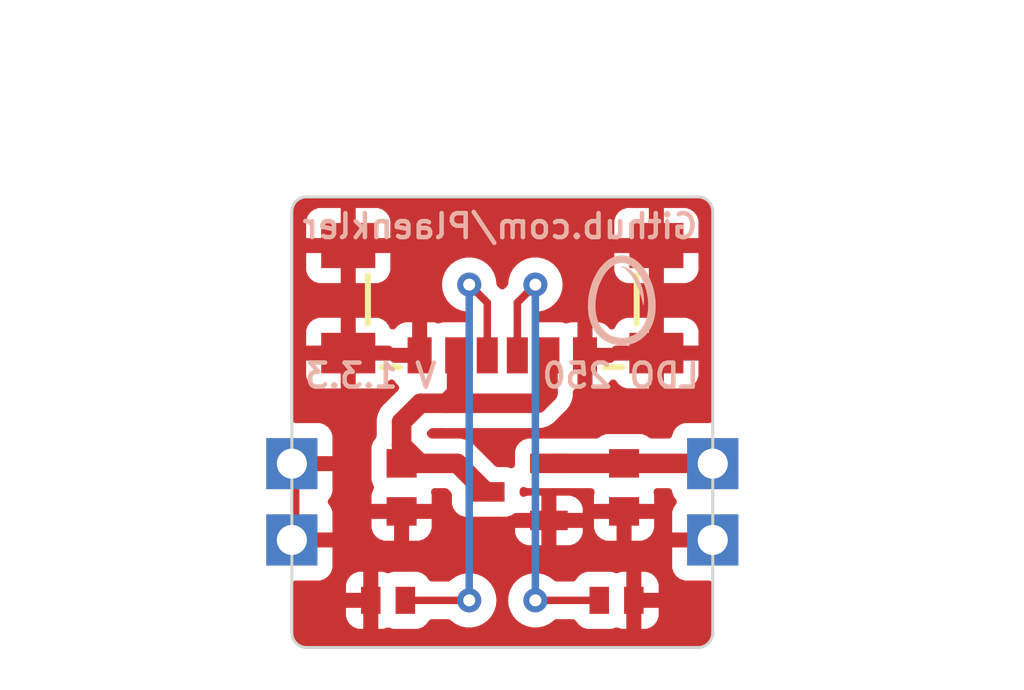
<source format=kicad_pcb>
(kicad_pcb (version 20221018) (generator pcbnew)
  (title_block (title "Egg_LDO_250") (date "2024-01-21") (rev "1.3.3") (company "github.com/plaenkler"))
  (layers (0 "F.Cu" signal) (31 "B.Cu" signal) (34 "B.Paste" user) (35 "F.Paste" user) (36 "B.SilkS" user "B.Silkscreen") (37 "F.SilkS" user "F.Silkscreen") (38 "B.Mask" user) (39 "F.Mask" user) (44 "Edge.Cuts" user))
  (net 0 "")
  (net 1 "+5V")
  (net 2 "GND")
  (net 3 "+3.3V")
  (net 4 "Net-(J4-PadA5)")
  (net 5 "Net-(J4-PadB5)")
  (footprint "Connector_PinHeader_2.54mm:PinHeader_1x01_P2.54mm_Vertical" (layer "F.Cu") (at 156.75 102.46 180)
    (fp_text reference "J5" hide)
    (fp_text value "Castellated Hole" hide)
    (pad "1" thru_hole rect (at 0 0 180) (size 1.7 1.7) (drill 1) (layers "*.Cu" "*.Mask") (net 3 "+3.3V"))
  )
  (footprint "Connector_PinHeader_2.54mm:PinHeader_1x01_P2.54mm_Vertical" (layer "F.Cu") (at 142.75 102.46 90)
    (fp_text reference "J3" hide)
    (fp_text value "Castellated Hole" hide)
    (pad "1" thru_hole rect (at 0 0 90) (size 1.7 1.7) (drill 1) (layers "*.Cu" "*.Mask") (net 2 "GND"))
  )
  (footprint "Connector_PinHeader_2.54mm:PinHeader_1x01_P2.54mm_Vertical" (layer "F.Cu") (at 142.75 105)
    (fp_text reference "J2" hide)
    (fp_text value "Castellated Hole" hide)
    (pad "1" thru_hole rect (at 0 0) (size 1.7 1.7) (drill 1) (layers "*.Cu" "*.Mask") (net 2 "GND"))
  )
  (footprint "SamacSys_Parts:ERJUP3" (layer "F.Cu") (at 153.55 107.01)
    (fp_text reference "R1" hide)
    (fp_text value "5.1k" hide)
    (pad "1" smd rect (at -0.575 0) (size 0.65 0.9) (layers "F.Cu" "F.Paste" "F.Mask") (net 4 "Net-(J4-PadA5)"))
    (pad "2" smd rect (at 0.575 0) (size 0.65 0.9) (layers "F.Cu" "F.Paste" "F.Mask") (net 2 "GND"))
  )
  (footprint "Connector_PinHeader_2.54mm:PinHeader_1x01_P2.54mm_Vertical" (layer "F.Cu") (at 156.75 105 180)
    (fp_text reference "J1" hide)
    (fp_text value "Castellated Hole" hide)
    (pad "1" thru_hole rect (at 0 0 180) (size 1.7 1.7) (drill 1) (layers "*.Cu" "*.Mask") (net 2 "GND"))
  )
  (footprint "SamacSys_Parts:USB4135GFA" (layer "F.Cu") (at 149.75 95.8 180)
    (fp_text reference "J4" hide)
    (fp_text value "USB4135-GF-A" hide)
    (fp_line (start -4.47 -2) (end -4.47 -0.4) (stroke (width 0.2)) (layer "F.SilkS"))
    (fp_line (start -3.4 -3.45) (end -4 -3.45) (stroke (width 0.2)) (layer "F.SilkS"))
    (fp_line (start 3.4 -3.45) (end 4 -3.45) (stroke (width 0.2)) (layer "F.SilkS"))
    (fp_line (start 4.47 -0.4) (end 4.47 -2) (stroke (width 0.2)) (layer "F.SilkS"))
    (pad "A5" smd rect (at -0.5 -3.055 180) (size 0.7 1.2) (layers "F.Cu" "F.Paste" "F.Mask") (net 4 "Net-(J4-PadA5)"))
    (pad "A9" smd rect (at 1.52 -3.055 180) (size 0.76 1.2) (layers "F.Cu" "F.Paste" "F.Mask") (net 1 "+5V"))
    (pad "A12" smd rect (at 2.75 -3.055 180) (size 0.8 1.2) (layers "F.Cu" "F.Paste" "F.Mask") (net 2 "GND"))
    (pad "B5" smd rect (at 0.5 -3.055 180) (size 0.7 1.2) (layers "F.Cu" "F.Paste" "F.Mask") (net 5 "Net-(J4-PadB5)"))
    (pad "B9" smd rect (at -1.52 -3.055 180) (size 0.76 1.2) (layers "F.Cu" "F.Paste" "F.Mask") (net 1 "+5V"))
    (pad "B12" smd rect (at -2.75 -3.055 180) (size 0.8 1.2) (layers "F.Cu" "F.Paste" "F.Mask") (net 2 "GND"))
    (pad "MP1" smd rect (at -5.125 -2.98 270) (size 1.35 1.8) (layers "F.Cu" "F.Paste" "F.Mask") (net 2 "GND"))
    (pad "MP2" smd rect (at 5.125 -2.98 270) (size 1.35 1.8) (layers "F.Cu" "F.Paste" "F.Mask") (net 2 "GND"))
    (pad "MP3" smd rect (at -5.125 0.6 270) (size 1.5 1.8) (layers "F.Cu" "F.Paste" "F.Mask") (net 2 "GND"))
    (pad "MP4" smd rect (at 5.125 0.6 270) (size 1.5 1.8) (layers "F.Cu" "F.Paste" "F.Mask") (net 2 "GND"))
  )
  (footprint "SamacSys_Parts:C0603" (layer "F.Cu") (at 146.4 103.25 -90)
    (fp_text reference "C3" hide)
    (fp_text value "10 μF 10V Ceramic" hide)
    (pad "1" smd rect (at -0.8 0 270) (size 0.95 1) (layers "F.Cu" "F.Paste" "F.Mask") (net 1 "+5V"))
    (pad "2" smd rect (at 0.8 0 270) (size 0.95 1) (layers "F.Cu" "F.Paste" "F.Mask") (net 2 "GND"))
  )
  (footprint "SamacSys_Parts:C0603" (layer "F.Cu") (at 153.8 103.25 -90)
    (fp_text reference "C4" hide)
    (fp_text value "10 μF 10V Ceramic" hide)
    (pad "1" smd rect (at -0.8 0 270) (size 0.95 1) (layers "F.Cu" "F.Paste" "F.Mask") (net 3 "+3.3V"))
    (pad "2" smd rect (at 0.8 0 270) (size 0.95 1) (layers "F.Cu" "F.Paste" "F.Mask") (net 2 "GND"))
  )
  (footprint "SamacSys_Parts:SOT95P237X112-3N" (layer "F.Cu") (at 150.25 103.4 180)
    (fp_text reference "IC1" hide)
    (fp_text value "MCP1700T-3302E_TT" hide)
    (pad "1" smd rect (at -1.05 -0.95 270) (size 0.65 1.25) (layers "F.Cu" "F.Paste" "F.Mask") (net 2 "GND"))
    (pad "2" smd rect (at -1.05 0.95 270) (size 0.65 1.25) (layers "F.Cu" "F.Paste" "F.Mask") (net 3 "+3.3V"))
    (pad "3" smd rect (at 1.05 0 270) (size 0.65 1.25) (layers "F.Cu" "F.Paste" "F.Mask") (net 1 "+5V"))
  )
  (footprint "SamacSys_Parts:ERJUP3" (layer "F.Cu") (at 145.95 107.01 180)
    (fp_text reference "R2" hide)
    (fp_text value "5.1k" hide)
    (pad "1" smd rect (at -0.575 0 180) (size 0.65 0.9) (layers "F.Cu" "F.Paste" "F.Mask") (net 5 "Net-(J4-PadB5)"))
    (pad "2" smd rect (at 0.575 0 180) (size 0.65 0.9) (layers "F.Cu" "F.Paste" "F.Mask") (net 2 "GND"))
  )
  (footprint "plaenkler:egg_logo" (layer "B.Cu") (at 153.725 97.025 180)
    (fp_text reference "G1" hide)
    (fp_text value "LOGO" hide)
    (fp_poly (pts (xy 0.022246 1.131545) (xy 0.019234 1.126595) (xy 0.018821 1.126093) (xy 0.010368 1.119398) (xy 0.005833 1.119192) (xy -0.000445 1.118443) (xy -0.000988 1.117517) (xy -0.006775 1.112156) (xy -0.019904 1.102732) (xy -0.036003 1.092259) (xy -0.064316 1.073566) (xy -0.094742 1.051842) (xy -0.123424 1.029953) (xy -0.146504 1.010765) (xy -0.150353 1.007279) (xy -0.164944 0.99398) (xy -0.182112 0.978605) (xy -0.186355 0.974848) (xy -0.202256 0.959379) (xy -0.220171 0.939895) (xy -0.229593 0.928743) (xy -0.246823 0.908563) (xy -0.267281 0.886115) (xy -0.280597 0.872291) (xy -0.293379 0.858868) (xy -0.300449 0.850252) (xy -0.300424 0.848146) (xy -0.300024 0.848335) (xy -0.29662 0.849082) (xy -0.301524 0.84435) (xy -0.309837 0.835958) (xy -0.312025 0.831704) (xy -0.315176 0.825436) (xy -0.323767 0.811296) (xy -0.336506 0.791348) (xy -0.352101 0.767653) (xy -0.352963 0.766361) (xy -0.369145 0.741759) (xy -0.382983 0.72003) (xy -0.393013 0.70352) (xy -0.39777 0.694577) (xy -0.397778 0.694555) (xy -0.404084 0.6857) (xy -0.408198 0.684054) (xy -0.411957 0.680389) (xy -0.411033 0.678054) (xy -0.411972 0.672593) (xy -0.414679 0.672053) (xy -0.419091 0.669768) (xy -0.418147 0.668167) (xy -0.418612 0.661361) (xy -0.423604 0.64877) (xy -0.43096 0.634571) (xy -0.438512 0.622939) (xy -0.444096 0.61805) (xy -0.44414 0.618049) (xy -0.44785 0.613266) (xy -0.448161 0.610548) (xy -0.450667 0.602405) (xy -0.457381 0.585936) (xy -0.467252 0.5636) (xy -0.478196 0.540043) (xy -0.491476 0.511702) (xy -0.504027 0.484272) (xy -0.514229 0.461332) (xy -0.519443 0.449028) (xy -0.526854 0.433763) (xy -0.533486 0.425171) (xy -0.536339 0.424453) (xy -0.539098 0.423962) (xy -0.537893 0.42141) (xy -0.53759 0.412369) (xy -0.541304 0.398265) (xy -0.547271 0.384551) (xy -0.551922 0.37803) (xy -0.555018 0.369945) (xy -0.555053 0.369029) (xy -0.557164 0.3585) (xy -0.562447 0.342725) (xy -0.569363 0.325433) (xy -0.576368 0.310351) (xy -0.581921 0.301209) (xy -0.583586 0.300024) (xy -0.586268 0.296391) (xy -0.585541 0.294824) (xy -0.58615 0.287465) (xy -0.590139 0.271143) (xy -0.596864 0.248202) (xy -0.605679 0.220983) (xy -0.606582 0.218318) (xy -0.61917 0.18054) (xy -0.630814 0.144159) (xy -0.640889 0.111257) (xy -0.648771 0.083915) (xy -0.653836 0.064213) (xy -0.655427 0.055505) (xy -0.658388 0.048509) (xy -0.659766 0.048004) (xy -0.663201 0.043017) (xy -0.664064 0.037503) (xy -0.668506 0.003438) (xy -0.677241 -0.022588) (xy -0.677981 -0.024002) (xy -0.683472 -0.035281) (xy -0.684961 -0.04053) (xy -0.685284 -0.046794) (xy -0.687022 -0.055531) (xy -0.690011 -0.071755) (xy -0.692017 -0.087278) (xy -0.694568 -0.102467) (xy -0.697863 -0.11208) (xy -0.701369 -0.121933) (xy -0.704909 -0.137994) (xy -0.705549 -0.141811) (xy -0.708252 -0.158116) (xy -0.710522 -0.16519) (xy -0.713885 -0.165639) (xy -0.718063 -0.163186) (xy -0.722225 -0.155541) (xy -0.726864 -0.139397) (xy -0.731009 -0.118168) (xy -0.73119 -0.117009) (xy -0.733617 -0.095461) (xy -0.735557 -0.066945) (xy -0.736991 -0.033762) (xy -0.7379 0.001788) (xy -0.738264 0.037404) (xy -0.738064 0.070784) (xy -0.73728 0.099628) (xy -0.735894 0.121635) (xy -0.733885 0.134504) (xy -0.733317 0.135961) (xy -0.730541 0.150577) (xy -0.732058 0.159013) (xy -0.733727 0.172906) (xy -0.731897 0.180014) (xy -0.728608 0.190808) (xy -0.725187 0.208794) (xy -0.723359 0.222018) (xy -0.720352 0.240945) (xy -0.715066 0.26785) (xy -0.708257 0.299099) (xy -0.700933 0.330026) (xy -0.693819 0.359296) (xy -0.687789 0.385039) (xy -0.683437 0.404644) (xy -0.681362 0.415495) (xy -0.681301 0.416013) (xy -0.677615 0.427444) (xy -0.674631 0.431014) (xy -0.6697 0.439576) (xy -0.667404 0.449773) (xy -0.664543 0.462332) (xy -0.661404 0.467775) (xy -0.656543 0.476018) (xy -0.655514 0.480038) (xy -0.651802 0.493944) (xy -0.645074 0.512806) (xy -0.636568 0.533815) (xy -0.62752 0.55416) (xy -0.619167 0.57103) (xy -0.612746 0.581616) (xy -0.609888 0.583711) (xy -0.607178 0.584249) (xy -0.608709 0.587498) (xy -0.608532 0.597051) (xy -0.602706 0.606426) (xy -0.596301 0.614913) (xy -0.596193 0.618049) (xy -0.59548 0.622835) (xy -0.590151 0.635467) (xy -0.581518 0.653353) (xy -0.570892 0.673903) (xy -0.559582 0.694527) (xy -0.548899 0.712635) (xy -0.546099 0.717057) (xy -0.53334 0.737038) (xy -0.526281 0.748948) (xy -0.523912 0.754661) (xy -0.525067 0.75606) (xy -0.524604 0.759603) (xy -0.520778 0.764431) (xy -0.512257 0.770138) (xy -0.508392 0.769985) (xy -0.50511 0.771263) (xy -0.505391 0.772921) (xy -0.502981 0.780541) (xy -0.495148 0.794352) (xy -0.484014 0.81133) (xy -0.4717 0.828453) (xy -0.46033 0.842698) (xy -0.452024 0.851042) (xy -0.449829 0.852067) (xy -0.444532 0.856857) (xy -0.444035 0.860104) (xy -0.439929 0.868828) (xy -0.429608 0.881232) (xy -0.424534 0.886212) (xy -0.408806 0.901315) (xy -0.394444 0.915933) (xy -0.391893 0.918678) (xy -0.375146 0.936281) (xy -0.357608 0.953518) (xy -0.341457 0.968395) (xy -0.328873 0.97892) (xy -0.322032 0.983096) (xy -0.321599 0.983033) (xy -0.316157 0.985846) (xy -0.309107 0.994141) (xy -0.300607 1.002537) (xy -0.285429 1.014375) (xy -0.266256 1.027895) (xy -0.245775 1.04134) (xy -0.226668 1.052951) (xy -0.211622 1.060967) (xy -0.203321 1.063632) (xy -0.203098 1.063584) (xy -0.198203 1.066529) (xy -0.198016 1.068084) (xy -0.19471 1.072794) (xy -0.193515 1.072622) (xy -0.186106 1.074625) (xy -0.172766 1.08139) (xy -0.166623 1.085045) (xy -0.151864 1.092798) (xy -0.141085 1.095964) (xy -0.1388 1.095574) (xy -0.131071 1.096714) (xy -0.125955 1.101153) (xy -0.114919 1.108826) (xy -0.108774 1.110175) (xy -0.097162 1.112134) (xy -0.080144 1.116915) (xy -0.074666 1.118746) (xy -0.055092 1.124085) (xy -0.029989 1.129004) (xy -0.011661 1.131598) (xy 0.008828 1.13368) (xy 0.019454 1.133784)) (fill solid) (layer "B.SilkS"))
    (fp_poly (pts (xy 0.012958 1.500912) (xy 0.032912 1.499358) (xy 0.056114 1.497218) (xy 0.078816 1.494862) (xy 0.097268 1.492656) (xy 0.107723 1.49097) (xy 0.108008 1.490895) (xy 0.119555 1.488389) (xy 0.136782 1.485333) (xy 0.141011 1.484658) (xy 0.156858 1.48141) (xy 0.166853 1.477915) (xy 0.168013 1.477016) (xy 0.175824 1.473353) (xy 0.183014 1.472153) (xy 0.207537 1.468175) (xy 0.234995 1.460684) (xy 0.26114 1.451128) (xy 0.281722 1.440956) (xy 0.288509 1.43617) (xy 0.297781 1.431303) (xy 0.30201 1.4321) (xy 0.305589 1.431289) (xy 0.306024 1.428113) (xy 0.307973 1.422901) (xy 0.309534 1.423622) (xy 0.317153 1.424876) (xy 0.328623 1.421722) (xy 0.339272 1.416192) (xy 0.344425 1.410318) (xy 0.344093 1.4086) (xy 0.343923 1.405182) (xy 0.34801 1.407101) (xy 0.357804 1.407202) (xy 0.362439 1.402932) (xy 0.37018 1.394738) (xy 0.373466 1.39285) (xy 0.390778 1.385879) (xy 0.41473 1.372425) (xy 0.443107 1.354106) (xy 0.473692 1.332537) (xy 0.504269 1.309335) (xy 0.532621 1.286116) (xy 0.556533 1.264496) (xy 0.572376 1.2478) (xy 0.582016 1.237278) (xy 0.587538 1.233063) (xy 0.588046 1.233567) (xy 0.591741 1.233411) (xy 0.599809 1.227312) (xy 0.608148 1.217911) (xy 0.61031 1.212265) (xy 0.613754 1.206335) (xy 0.624014 1.194686) (xy 0.639006 1.179651) (xy 0.641822 1.176977) (xy 0.656802 1.162327) (xy 0.666859 1.151436) (xy 0.670212 1.146266) (xy 0.669897 1.146091) (xy 0.670911 1.142421) (xy 0.678757 1.133083) (xy 0.685126 1.126585) (xy 0.700129 1.110812) (xy 0.715129 1.093298) (xy 0.727817 1.076952) (xy 0.735879 1.064687) (xy 0.737526 1.060584) (xy 0.741758 1.053448) (xy 0.750059 1.044082) (xy 0.758947 1.032358) (xy 0.76206 1.023485) (xy 0.767054 1.014906) (xy 0.773939 1.011119) (xy 0.783084 1.0064) (xy 0.784809 1.003214) (xy 0.787074 0.996063) (xy 0.793968 0.98267) (xy 0.798422 0.975077) (xy 0.806796 0.959969) (xy 0.8113 0.949129) (xy 0.811554 0.946575) (xy 0.814492 0.942219) (xy 0.81591 0.942074) (xy 0.822446 0.937339) (xy 0.829728 0.926354) (xy 0.835241 0.913952) (xy 0.836468 0.904964) (xy 0.835826 0.903832) (xy 0.836538 0.900317) (xy 0.838615 0.900071) (xy 0.844992 0.895086) (xy 0.853944 0.882477) (xy 0.863592 0.865765) (xy 0.872054 0.848467) (xy 0.877453 0.834106) (xy 0.878 0.826335) (xy 0.878052 0.822964) (xy 0.880343 0.823999) (xy 0.884839 0.820229) (xy 0.89299 0.807264) (xy 0.903915 0.787016) (xy 0.916731 0.761399) (xy 0.930555 0.732325) (xy 0.944505 0.70171) (xy 0.957698 0.671465) (xy 0.969252 0.643505) (xy 0.978283 0.619742) (xy 0.983909 0.602091) (xy 0.98503 0.597047) (xy 0.988246 0.585788) (xy 0.990527 0.582046) (xy 0.993536 0.575643) (xy 0.999252 0.560631) (xy 1.006704 0.539823) (xy 1.014926 0.516035) (xy 1.022948 0.492081) (xy 1.029802 0.470777) (xy 1.03452 0.454936) (xy 1.035333 0.451836) (xy 1.037804 0.442205) (xy 1.042671 0.423497) (xy 1.049274 0.39824) (xy 1.056953 0.368961) (xy 1.058512 0.363029) (xy 1.066488 0.332093) (xy 1.073573 0.303521) (xy 1.079058 0.280257) (xy 1.08223 0.265244) (xy 1.082441 0.264021) (xy 1.085739 0.244838) (xy 1.088878 0.228089) (xy 1.088892 0.228018) (xy 1.097109 0.185879) (xy 1.102883 0.152885) (xy 1.10665 0.12653) (xy 1.106713 0.12601) (xy 1.109582 0.102594) (xy 1.112514 0.079123) (xy 1.113037 0.075006) (xy 1.115862 0.052828) (xy 1.118951 0.028576) (xy 1.119534 0.024002) (xy 1.120927 0.007954) (xy 1.122215 -0.016384) (xy 1.123374 -0.047177) (xy 1.12438 -0.08259) (xy 1.125209 -0.120788) (xy 1.125836 -0.159937) (xy 1.126237 -0.198202) (xy 1.126389 -0.233749) (xy 1.126267 -0.264742) (xy 1.125847 -0.289347) (xy 1.125105 -0.30573) (xy 1.124018 -0.312055) (xy 1.123946 -0.312075) (xy 1.12163 -0.317633) (xy 1.119704 -0.33239) (xy 1.118488 -0.353543) (xy 1.118294 -0.361579) (xy 1.116718 -0.391424) (xy 1.113245 -0.426513) (xy 1.108547 -0.460365) (xy 1.107231 -0.468037) (xy 1.102352 -0.495503) (xy 1.09796 -0.520894) (xy 1.094736 -0.540253) (xy 1.093833 -0.546043) (xy 1.090417 -0.563784) (xy 1.084796 -0.587515) (xy 1.077675 -0.614788) (xy 1.069763 -0.643158) (xy 1.061765 -0.670176) (xy 1.05439 -0.693398) (xy 1.048345 -0.710375) (xy 1.044336 -0.718663) (xy 1.043822 -0.719069) (xy 1.040486 -0.72463) (xy 1.041129 -0.726133) (xy 1.040828 -0.734104) (xy 1.036726 -0.74922) (xy 1.032253 -0.761623) (xy 1.026411 -0.778299) (xy 1.023922 -0.789394) (xy 1.024668 -0.792154) (xy 1.025153 -0.794835) (xy 1.02308 -0.796654) (xy 1.014276 -0.806563) (xy 1.007271 -0.819799) (xy 1.004501 -0.83122) (xy 1.00523 -0.834309) (xy 1.004861 -0.839675) (xy 1.00302 -0.840066) (xy 0.997385 -0.84514) (xy 0.9912 -0.857556) (xy 0.990469 -0.859567) (xy 0.983127 -0.876688) (xy 0.971356 -0.899883) (xy 0.956873 -0.926186) (xy 0.941398 -0.952635) (xy 0.926648 -0.976263) (xy 0.914341 -0.994106) (xy 0.90827 -1.001397) (xy 0.89848 -1.013538) (xy 0.894088 -1.02347) (xy 0.89407 -1.023899) (xy 0.890349 -1.031341) (xy 0.887716 -1.032081) (xy 0.884144 -1.035763) (xy 0.885096 -1.038124) (xy 0.883867 -1.045036) (xy 0.879828 -1.047621) (xy 0.873559 -1.054632) (xy 0.873881 -1.059038) (xy 0.871517 -1.066908) (xy 0.864415 -1.070974) (xy 0.855696 -1.075826) (xy 0.854736 -1.07955) (xy 0.852354 -1.085852) (xy 0.843439 -1.098227) (xy 0.829835 -1.114155) (xy 0.827821 -1.116351) (xy 0.813344 -1.132468) (xy 0.802758 -1.145114) (xy 0.798121 -1.151816) (xy 0.798063 -1.152104) (xy 0.794002 -1.159255) (xy 0.783937 -1.169926) (xy 0.771037 -1.181395) (xy 0.758476 -1.190941) (xy 0.749425 -1.195845) (xy 0.747219 -1.195716) (xy 0.7448 -1.19525) (xy 0.746035 -1.197922) (xy 0.743839 -1.205127) (xy 0.733858 -1.216842) (xy 0.721495 -1.227914) (xy 0.699311 -1.245993) (xy 0.684234 -1.258327) (xy 0.67406 -1.266742) (xy 0.666585 -1.273064) (xy 0.659605 -1.27912) (xy 0.658046 -1.280484) (xy 0.644555 -1.291093) (xy 0.625736 -1.304347) (xy 0.603958 -1.318765) (xy 0.581595 -1.332868) (xy 0.561016 -1.345175) (xy 0.544592 -1.354205) (xy 0.534696 -1.358477) (xy 0.533083 -1.358514) (xy 0.528378 -1.35991) (xy 0.528041 -1.362107) (xy 0.524386 -1.36602) (xy 0.522041 -1.365107) (xy 0.516485 -1.364971) (xy 0.51604 -1.36669) (xy 0.510981 -1.371751) (xy 0.49774 -1.37996) (xy 0.479225 -1.389874) (xy 0.458341 -1.40005) (xy 0.437996 -1.409044) (xy 0.421097 -1.415415) (xy 0.414032 -1.417336) (xy 0.404127 -1.421064) (xy 0.402031 -1.422761) (xy 0.394721 -1.426564) (xy 0.378636 -1.432575) (xy 0.356606 -1.439933) (xy 0.331457 -1.447773) (xy 0.306018 -1.455232) (xy 0.283116 -1.461448) (xy 0.265578 -1.465558) (xy 0.25802 -1.466718) (xy 0.245041 -1.470166) (xy 0.241937 -1.471803) (xy 0.227706 -1.477074) (xy 0.203406 -1.481931) (xy 0.170968 -1.48626) (xy 0.13232 -1.489946) (xy 0.089392 -1.492874) (xy 0.044113 -1.49493) (xy -0.001587 -1.496001) (xy -0.04578 -1.495971) (xy -0.086536 -1.494727) (xy -0.114009 -1.4929) (xy -0.139782 -1.490351) (xy -0.161587 -1.487622) (xy -0.176252 -1.485139) (xy -0.180014 -1.48408) (xy -0.191032 -1.481306) (xy -0.194373 -1.48145) (xy -0.206585 -1.481064) (xy -0.227953 -1.477108) (xy -0.256385 -1.470189) (xy -0.289788 -1.460918) (xy -0.326069 -1.449902) (xy -0.363135 -1.437751) (xy -0.398894 -1.425075) (xy -0.43097 -1.412597) (xy -0.458803 -1.400293) (xy -0.489275 -1.385413) (xy -0.520672 -1.368961) (xy -0.551278 -1.351944) (xy -0.579378 -1.335368) (xy -0.603258 -1.320239) (xy -0.621202 -1.307563) (xy -0.631495 -1.298346) (xy -0.633024 -1.294075) (xy -0.633101 -1.292399) (xy -0.633873 -1.292924) (xy -0.641669 -1.291555) (xy -0.656344 -1.282183) (xy -0.676692 -1.265678) (xy -0.695535 -1.248588) (xy -0.710091 -1.235512) (xy -0.721272 -1.226627) (xy -0.725869 -1.224096) (xy -0.733247 -1.22009) (xy -0.741552 -1.211185) (xy -0.746972 -1.202054) (xy -0.747072 -1.198107) (xy -0.74725 -1.196569) (xy -0.748194 -1.197229) (xy -0.753928 -1.194901) (xy -0.764967 -1.186495) (xy -0.778403 -1.174684) (xy -0.791328 -1.16214) (xy -0.800835 -1.151537) (xy -0.804064 -1.14588) (xy -0.807824 -1.139895) (xy -0.817664 -1.127841) (xy -0.830889 -1.11295) (xy -0.844153 -1.097871) (xy -0.851038 -1.089085) (xy -0.50404 -1.089085) (xy -0.50104 -1.092086) (xy -0.498039 -1.089085) (xy -0.50104 -1.086085) (xy -0.50404 -1.089085) (xy -0.851038 -1.089085) (xy -0.853007 -1.086572) (xy -0.855527 -1.081545) (xy -0.857569 -1.076164) (xy -0.865496 -1.066073) (xy -0.866205 -1.065291) (xy -0.882179 -1.047178) (xy -0.890961 -1.035355) (xy -0.894016 -1.027802) (xy -0.894071 -1.026834) (xy -0.898346 -1.019456) (xy -0.899122 -1.01908) (xy -0.906035 -1.012228) (xy -0.916715 -0.996698) (xy -0.93015 -0.974454) (xy -0.94533 -0.94746) (xy -0.961244 -0.917682) (xy -0.976882 -0.887082) (xy -0.991232 -0.857626) (xy -1.003286 -0.831278) (xy -1.012031 -0.810002) (xy -1.016457 -0.795763) (xy -1.016448 -0.791038) (xy -1.017801 -0.786342) (xy -1.019726 -0.786062) (xy -1.025151 -0.782856) (xy -1.025154 -0.781561) (xy -1.026814 -0.773707) (xy -1.032087 -0.759547) (xy -1.034346 -0.754295) (xy -1.039891 -0.738785) (xy -1.041458 -0.727678) (xy -1.040919 -0.725793) (xy -1.041192 -0.720437) (xy -1.042949 -0.720056) (xy -1.047162 -0.714856) (xy -1.053 -0.701696) (xy -1.059093 -0.684239) (xy -1.064074 -0.666148) (xy -1.065357 -0.660052) (xy -1.067868 -0.649804) (xy -1.072464 -0.633031) (xy -1.077734 -0.61468) (xy -1.082267 -0.599699) (xy -1.084175 -0.594047) (xy -1.087828 -0.580774) (xy -1.089487 -0.571386) (xy -1.091686 -0.557614) (xy -1.09526 -0.537786) (xy -1.097444 -0.526382) (xy -1.109912 -0.454465) (xy -1.118827 -0.382825) (xy -1.124485 -0.30805) (xy -1.127182 -0.22673) (xy -1.127513 -0.180571) (xy -1.126752 -0.141355) (xy -0.87395 -0.141355) (xy -0.873739 -0.179232) (xy -0.873318 -0.217985) (xy -0.872704 -0.255762) (xy -0.871916 -0.29071) (xy -0.870975 -0.320975) (xy -0.869899 -0.344704) (xy -0.868707 -0.360043) (xy -0.867725 -0.364966) (xy -0.864829 -0.374573) (xy -0.862031 -0.391759) (xy -0.860565 -0.405703) (xy -0.858031 -0.426375) (xy -0.854518 -0.443266) (xy -0.852137 -0.449906) (xy -0.849021 -0.460093) (xy -0.85002 -0.463989) (xy -0.850871 -0.471668) (xy -0.848856 -0.478279) (xy -0.845405 -0.48958) (xy -0.845242 -0.493922) (xy -0.844469 -0.502312) (xy -0.841232 -0.517453) (xy -0.839668 -0.523519) (xy -0.835025 -0.54221) (xy -0.831785 -0.557841) (xy -0.831349 -0.560639) (xy -0.827851 -0.575451) (xy -0.822831 -0.59005) (xy -0.818976 -0.603764) (xy -0.819376 -0.612551) (xy -0.819011 -0.617733) (xy -0.817425 -0.618048) (xy -0.81257 -0.62316) (xy -0.807086 -0.63535) (xy -0.802554 -0.649899) (xy -0.800552 -0.662089) (xy -0.801255 -0.666362) (xy -0.799557 -0.673181) (xy -0.794997 -0.678108) (xy -0.787433 -0.687832) (xy -0.786062 -0.692867) (xy -0.783608 -0.703131) (xy -0.777703 -0.717548) (xy -0.777662 -0.717634) (xy -0.770395 -0.73285) (xy -0.760621 -0.753495) (xy -0.753763 -0.76806) (xy -0.743134 -0.789431) (xy -0.732356 -0.809132) (xy -0.726502 -0.81869) (xy -0.719444 -0.831663) (xy -0.717478 -0.840487) (xy -0.717752 -0.841192) (xy -0.716107 -0.845654) (xy -0.713411 -0.846066) (xy -0.708854 -0.84822) (xy -0.709695 -0.849705) (xy -0.708769 -0.856133) (xy -0.701819 -0.865704) (xy -0.691392 -0.878273) (xy -0.678647 -0.895419) (xy -0.673678 -0.902568) (xy -0.661534 -0.919698) (xy -0.650314 -0.934297) (xy -0.646759 -0.938482) (xy -0.640097 -0.948806) (xy -0.639612 -0.954984) (xy -0.637977 -0.959945) (xy -0.634904 -0.960722) (xy -0.627766 -0.965172) (xy -0.614713 -0.976673) (xy -0.597813 -0.993315) (xy -0.584592 -1.007226) (xy -0.566418 -1.026581) (xy -0.550982 -1.042517) (xy -0.540258 -1.053023) (xy -0.536588 -1.056083) (xy -0.532456 -1.062722) (xy -0.532691 -1.064029) (xy -0.530728 -1.066529) (xy -0.529122 -1.065751) (xy -0.522085 -1.067574) (xy -0.509941 -1.075806) (xy -0.502132 -1.082468) (xy -0.489065 -1.093378) (xy -0.479783 -1.099178) (xy -0.47734 -1.099389) (xy -0.47308 -1.101351) (xy -0.47055 -1.106194) (xy -0.464888 -1.112914) (xy -0.461366 -1.112673) (xy -0.455021 -1.114308) (xy -0.452365 -1.118673) (xy -0.44689 -1.125168) (xy -0.443775 -1.124928) (xy -0.437218 -1.126782) (xy -0.432586 -1.132463) (xy -0.427643 -1.138949) (xy -0.426216 -1.138205) (xy -0.421823 -1.137551) (xy -0.411316 -1.141895) (xy -0.398272 -1.149158) (xy -0.386272 -1.157264) (xy -0.378892 -1.164132) (xy -0.37803 -1.166196) (xy -0.3754 -1.169188) (xy -0.374268 -1.16833) (xy -0.366804 -1.167918) (xy -0.353337 -1.171785) (xy -0.350755 -1.172819) (xy -0.336815 -1.177399) (xy -0.328137 -1.177966) (xy -0.327515 -1.177582) (xy -0.324292 -1.178683) (xy -0.324026 -1.181093) (xy -0.320486 -1.187704) (xy -0.318758 -1.188093) (xy -0.310352 -1.190293) (xy -0.295719 -1.195792) (xy -0.290256 -1.19808) (xy -0.273478 -1.204708) (xy -0.260352 -1.2089) (xy -0.258021 -1.20938) (xy -0.248346 -1.211362) (xy -0.230321 -1.215515) (xy -0.207233 -1.221073) (xy -0.198016 -1.223345) (xy -0.166601 -1.230094) (xy -0.131867 -1.235963) (xy -0.100965 -1.239756) (xy -0.099008 -1.239923) (xy -0.075005 -1.242221) (xy -0.0548 -1.24476) (xy -0.04209 -1.247063) (xy -0.040714 -1.247473) (xy -0.028349 -1.249711) (xy -0.009848 -1.250841) (xy 0.010785 -1.250905) (xy 0.02955 -1.249941) (xy 0.042443 -1.247992) (xy 0.045506 -1.246595) (xy 0.053863 -1.243788) (xy 0.06931 -1.242218) (xy 0.07522 -1.242098) (xy 0.093943 -1.241037) (xy 0.118198 -1.238219) (xy 0.144881 -1.234186) (xy 0.170892 -1.229482) (xy 0.193129 -1.22465) (xy 0.208489 -1.220235) (xy 0.213236 -1.217913) (xy 0.221095 -1.214528) (xy 0.223237 -1.215315) (xy 0.230345 -1.215457) (xy 0.24321 -1.211495) (xy 0.243687 -1.211301) (xy 0.258306 -1.206583) (xy 0.268521 -1.205395) (xy 0.27544 -1.203459) (xy 0.276021 -1.201634) (xy 0.281081 -1.197213) (xy 0.288197 -1.19573) (xy 0.300072 -1.192804) (xy 0.31824 -1.186177) (xy 0.333839 -1.179492) (xy 0.352295 -1.171916) (xy 0.36653 -1.167668) (xy 0.372667 -1.167486) (xy 0.377726 -1.166441) (xy 0.37803 -1.164567) (xy 0.382914 -1.158318) (xy 0.39524 -1.14981) (xy 0.402031 -1.14609) (xy 0.416268 -1.139665) (xy 0.424871 -1.137397) (xy 0.426033 -1.138114) (xy 0.428993 -1.137386) (xy 0.434843 -1.130736) (xy 0.441486 -1.123457) (xy 0.443844 -1.123302) (xy 0.447752 -1.122512) (xy 0.457192 -1.115254) (xy 0.459976 -1.112741) (xy 0.470906 -1.103625) (xy 0.477551 -1.099967) (xy 0.478073 -1.100122) (xy 0.483652 -1.097723) (xy 0.49602 -1.088185) (xy 0.513611 -1.072986) (xy 0.534862 -1.053602) (xy 0.558207 -1.031512) (xy 0.582081 -1.008191) (xy 0.604919 -0.985118) (xy 0.625156 -0.96377) (xy 0.639151 -0.948074) (xy 0.65527 -0.928054) (xy 0.668482 -0.909489) (xy 0.677114 -0.894918) (xy 0.679509 -0.886935) (xy 0.683369 -0.882088) (xy 0.690263 -0.879003) (xy 0.69858 -0.874073) (xy 0.699224 -0.870342) (xy 0.700273 -0.862591) (xy 0.706823 -0.851272) (xy 0.716071 -0.837434) (xy 0.726199 -0.820125) (xy 0.735707 -0.80226) (xy 0.743098 -0.786754) (xy 0.746871 -0.776523) (xy 0.746515 -0.774061) (xy 0.747317 -0.770767) (xy 0.755191 -0.762814) (xy 0.755535 -0.762514) (xy 0.764939 -0.753208) (xy 0.768454 -0.747513) (xy 0.769624 -0.729373) (xy 0.777275 -0.717699) (xy 0.784574 -0.709016) (xy 0.786276 -0.70527) (xy 0.78712 -0.688293) (xy 0.793495 -0.677052) (xy 0.793562 -0.676982) (xy 0.800136 -0.66714) (xy 0.801248 -0.663052) (xy 0.803085 -0.650078) (xy 0.806993 -0.635181) (xy 0.811541 -0.622969) (xy 0.815232 -0.618048) (xy 0.818782 -0.612878) (xy 0.820744 -0.602375) (xy 0.823081 -0.587856) (xy 0.8277 -0.567306) (xy 0.831484 -0.552871) (xy 0.836717 -0.533237) (xy 0.840386 -0.517806) (xy 0.841496 -0.51154) (xy 0.844268 -0.504545) (xy 0.845566 -0.504039) (xy 0.848255 -0.498847) (xy 0.849528 -0.487538) (xy 0.85128 -0.46884) (xy 0.854041 -0.453035) (xy 0.857203 -0.435992) (xy 0.860436 -0.414079) (xy 0.861559 -0.405032) (xy 0.8647 -0.379634) (xy 0.868375 -0.352292) (xy 0.869528 -0.34423) (xy 0.872022 -0.319206) (xy 0.873811 -0.284796) (xy 0.874895 -0.243594) (xy 0.875274 -0.198194) (xy 0.874949 -0.151189) (xy 0.873919 -0.105175) (xy 0.872184 -0.062746) (xy 0.869745 -0.026494) (xy 0.869525 -0.024002) (xy 0.866801 0.006705) (xy 0.864482 0.033707) (xy 0.862783 0.054442) (xy 0.861919 0.066344) (xy 0.861863 0.067506) (xy 0.859149 0.076425) (xy 0.856427 0.078006) (xy 0.853995 0.081731) (xy 0.854935 0.083793) (xy 0.855359 0.091563) (xy 0.853974 0.107978) (xy 0.851247 0.129896) (xy 0.847643 0.154178) (xy 0.843631 0.177685) (xy 0.839676 0.197278) (xy 0.836246 0.209815) (xy 0.836169 0.210017) (xy 0.832922 0.222433) (xy 0.830557 0.237019) (xy 0.828684 0.250688) (xy 0.825955 0.264968) (xy 0.82142 0.28462) (xy 0.819505 0.292523) (xy 0.816728 0.302853) (xy 0.811528 0.32135) (xy 0.804851 0.344662) (xy 0.80214 0.354028) (xy 0.794736 0.380047) (xy 0.788106 0.404249) (xy 0.783397 0.422417) (xy 0.782537 0.426034) (xy 0.778929 0.441686) (xy 0.776248 0.451291) (xy 0.77262 0.46047) (xy 0.766564 0.473978) (xy 0.761146 0.488579) (xy 0.759604 0.498371) (xy 0.75995 0.49948) (xy 0.75818 0.503708) (xy 0.755771 0.50404) (xy 0.751457 0.50839) (xy 0.752229 0.513041) (xy 0.752741 0.520787) (xy 0.750686 0.522041) (xy 0.745981 0.527184) (xy 0.739442 0.540329) (xy 0.735434 0.550544) (xy 0.729065 0.566319) (xy 0.718985 0.589031) (xy 0.706144 0.616747) (xy 0.691493 0.647531) (xy 0.675982 0.679452) (xy 0.660563 0.710574) (xy 0.646186 0.738964) (xy 0.633802 0.76269) (xy 0.624361 0.779815) (xy 0.618814 0.788409) (xy 0.618218 0.788958) (xy 0.61452 0.795063) (xy 0.618048 0.795063) (xy 0.621049 0.792063) (xy 0.624049 0.795063) (xy 0.621049 0.798063) (xy 0.618048 0.795063) (xy 0.61452 0.795063) (xy 0.613032 0.797519) (xy 0.612048 0.804418) (xy 0.609807 0.813979) (xy 0.606845 0.816065) (xy 0.600759 0.820652) (xy 0.591173 0.832308) (xy 0.585758 0.840066) (xy 0.577097 0.853937) (xy 0.572681 0.862606) (xy 0.572673 0.864068) (xy 0.570949 0.867883) (xy 0.563147 0.877324) (xy 0.560698 0.88001) (xy 0.551597 0.890955) (xy 0.547978 0.897639) (xy 0.548144 0.898172) (xy 0.545666 0.903386) (xy 0.536965 0.914593) (xy 0.527202 0.925731) (xy 0.514626 0.940118) (xy 0.506214 0.950947) (xy 0.504039 0.954973) (xy 0.500227 0.961243) (xy 0.490565 0.972676) (xy 0.484538 0.979126) (xy 0.471118 0.993127) (xy 0.452853 1.012267) (xy 0.433151 1.032974) (xy 0.428159 1.03823) (xy 0.410593 1.056397) (xy 0.395353 1.071543) (xy 0.384882 1.081265) (xy 0.382591 1.083086) (xy 0.370063 1.092013) (xy 0.351793 1.105367) (xy 0.330324 1.12125) (xy 0.308198 1.137762) (xy 0.287957 1.153008) (xy 0.272145 1.165088) (xy 0.263302 1.172104) (xy 0.26302 1.172347) (xy 0.253805 1.177883) (xy 0.249519 1.177593) (xy 0.246211 1.178498) (xy 0.246019 1.180343) (xy 0.240842 1.18583) (xy 0.228741 1.190049) (xy 0.21317 1.195208) (xy 0.203239 1.2013) (xy 0.191523 1.208714) (xy 0.186014 1.210352) (xy 0.176449 1.212594) (xy 0.158636 1.217502) (xy 0.135788 1.224178) (xy 0.12601 1.227126) (xy 0.101878 1.233829) (xy 0.081238 1.238405) (xy 0.067387 1.240165) (xy 0.064505 1.239932) (xy 0.055748 1.239821) (xy 0.054004 1.241999) (xy 0.048465 1.243921) (xy 0.033654 1.245008) (xy 0.01228 1.245112) (xy 0.0015 1.24481) (xy -0.024151 1.243865) (xy -0.046619 1.243064) (xy -0.06213 1.242542) (xy -0.065107 1.242453) (xy -0.079092 1.240473) (xy -0.085918 1.237917) (xy -0.096807 1.234262) (xy -0.107819 1.232619) (xy -0.121771 1.229973) (xy -0.141768 1.224364) (xy -0.157009 1.219278) (xy -0.175555 1.213356) (xy -0.189272 1.210328) (xy -0.194512 1.210592) (xy -0.19784 1.209733) (xy -0.198016 1.208007) (xy -0.203038 1.202215) (xy -0.215758 1.194528) (xy -0.223518 1.19088) (xy -0.241053 1.182549) (xy -0.254837 1.174721) (xy -0.258021 1.172439) (xy -0.270036 1.165059) (xy -0.275522 1.163064) (xy -0.287184 1.157701) (xy -0.293523 1.15323) (xy -0.303053 1.145673) (xy -0.318693 1.133588) (xy -0.336027 1.120375) (xy -0.352991 1.107418) (xy -0.36593 1.097329) (xy -0.372083 1.092262) (xy -0.372112 1.092234) (xy -0.377417 1.087076) (xy -0.389582 1.075361) (xy -0.406799 1.058828) (xy -0.427258 1.039216) (xy -0.447425 1.019704) (xy -0.463998 1.0033) (xy -0.47528 0.991711) (xy -0.479571 0.986643) (xy -0.479573 0.986626) (xy -0.483413 0.979943) (xy -0.492932 0.967249) (xy -0.505902 0.951189) (xy -0.520092 0.934408) (xy -0.533275 0.919548) (xy -0.54322 0.909255) (xy -0.547474 0.906072) (xy -0.550337 0.902491) (xy -0.549705 0.901141) (xy -0.551115 0.893749) (xy -0.556851 0.886563) (xy -0.572558 0.870427) (xy -0.578481 0.860977) (xy -0.575135 0.858068) (xy -0.573484 0.855206) (xy -0.579399 0.849258) (xy -0.586265 0.84265) (xy -0.58567 0.840257) (xy -0.585806 0.836691) (xy -0.593152 0.828187) (xy -0.594862 0.826565) (xy -0.60477 0.816543) (xy -0.609291 0.810312) (xy -0.60932 0.810064) (xy -0.612028 0.803739) (xy -0.619246 0.789982) (xy -0.629432 0.771726) (xy -0.629812 0.771061) (xy -0.640073 0.752213) (xy -0.653818 0.725681) (xy -0.669432 0.694643) (xy -0.685299 0.662279) (xy -0.689261 0.654052) (xy -0.703079 0.625507) (xy -0.715207 0.600959) (xy -0.724653 0.582381) (xy -0.730421 0.571743) (xy -0.731583 0.570045) (xy -0.735309 0.561938) (xy -0.735393 0.561044) (xy -0.737854 0.547293) (xy -0.742672 0.53327) (xy -0.748017 0.523698) (xy -0.750521 0.522041) (xy -0.7534 0.517678) (xy -0.752526 0.513814) (xy -0.75374 0.503371) (xy -0.758429 0.496527) (xy -0.764568 0.488249) (xy -0.764788 0.484766) (xy -0.765294 0.478219) (xy -0.769081 0.463329) (xy -0.775375 0.443049) (xy -0.776897 0.438517) (xy -0.783907 0.417255) (xy -0.788988 0.400586) (xy -0.791213 0.391587) (xy -0.791237 0.391) (xy -0.79262 0.381274) (xy -0.796881 0.369427) (xy -0.80177 0.361112) (xy -0.803563 0.360029) (xy -0.806935 0.354924) (xy -0.808104 0.346528) (xy -0.809694 0.334824) (xy -0.813571 0.314974) (xy -0.819033 0.290454) (xy -0.821771 0.279022) (xy -0.827961 0.253745) (xy -0.833322 0.231849) (xy -0.837026 0.216713) (xy -0.83793 0.213017) (xy -0.840522 0.198667) (xy -0.842731 0.180587) (xy -0.842784 0.180014) (xy -0.845302 0.162598) (xy -0.84877 0.149167) (xy -0.848953 0.14871) (xy -0.851248 0.135918) (xy -0.850444 0.130708) (xy -0.850677 0.119347) (xy -0.85329 0.112134) (xy -0.857675 0.097973) (xy -0.859387 0.083838) (xy -0.860784 0.07221) (xy -0.863454 0.068597) (xy -0.863475 0.06861) (xy -0.865101 0.064115) (xy -0.866343 0.050233) (xy -0.867008 0.029578) (xy -0.867069 0.02041) (xy -0.867519 -0.002488) (xy -0.86872 -0.01995) (xy -0.870447 -0.029203) (xy -0.871168 -0.029992) (xy -0.8723 -0.035684) (xy -0.873124 -0.05152) (xy -0.873662 -0.075646) (xy -0.87393 -0.106209) (xy -0.87395 -0.141355) (xy -1.126752 -0.141355) (xy -1.125437 -0.073533) (xy -1.119039 0.026006) (xy -1.10794 0.121882) (xy -1.091764 0.217933) (xy -1.084891 0.25202) (xy -1.080785 0.271775) (xy -1.077609 0.287355) (xy -1.076454 0.293249) (xy -1.071501 0.316376) (xy -1.064086 0.346274) (xy -1.054788 0.381024) (xy -1.044186 0.418706) (xy -1.032858 0.457398) (xy -1.021382 0.495181) (xy -1.010338 0.530134) (xy -1.000303 0.560338) (xy -0.991856 0.583873) (xy -0.985577 0.598817) (xy -0.983196 0.602748) (xy -0.978656 0.613363) (xy -0.978077 0.618749) (xy -0.974892 0.628719) (xy -0.971699 0.631176) (xy -0.966172 0.638103) (xy -0.963484 0.648177) (xy -0.960261 0.662492) (xy -0.954442 0.679955) (xy -0.947537 0.696846) (xy -0.94106 0.709447) (xy -0.936699 0.714056) (xy -0.932984 0.719102) (xy -0.93174 0.725841) (xy -0.928377 0.736602) (xy -0.919435 0.756891) (xy -0.905341 0.785846) (xy -0.886521 0.822607) (xy -0.863405 0.866312) (xy -0.846154 0.898264) (xy -0.835471 0.916045) (xy -0.826259 0.928077) (xy -0.820373 0.931971) (xy -0.820068 0.93184) (xy -0.816975 0.932089) (xy -0.818075 0.934473) (xy -0.816585 0.941798) (xy -0.809568 0.956233) (xy -0.798617 0.975227) (xy -0.785323 0.99623) (xy -0.771278 1.01669) (xy -0.758076 1.034056) (xy -0.750598 1.042582) (xy -0.743008 1.051842) (xy -0.742017 1.056233) (xy -0.742325 1.056283) (xy -0.741812 1.059626) (xy -0.733975 1.067403) (xy -0.733813 1.067539) (xy -0.725123 1.076177) (xy -0.723077 1.081106) (xy -0.720593 1.086378) (xy -0.711675 1.097821) (xy -0.698239 1.112982) (xy -0.697894 1.113353) (xy -0.684019 1.128708) (xy -0.674192 1.140459) (xy -0.670525 1.146078) (xy -0.670526 1.146091) (xy -0.666519 1.147768) (xy -0.665007 1.147442) (xy -0.661764 1.149446) (xy -0.662633 1.151413) (xy -0.660043 1.157671) (xy -0.650317 1.170135) (xy -0.635266 1.187007) (xy -0.619936 1.203095) (xy -0.618049 1.203095) (xy -0.615049 1.200095) (xy -0.612048 1.203095) (xy -0.615049 1.206095) (xy -0.618049 1.203095) (xy -0.619936 1.203095) (xy -0.616698 1.206493) (xy -0.596422 1.226796) (xy -0.576248 1.24612) (xy -0.557985 1.26267) (xy -0.543442 1.274648) (xy -0.534429 1.280259) (xy -0.532776 1.280318) (xy -0.529035 1.279947) (xy -0.530495 1.283217) (xy -0.529753 1.290877) (xy -0.525514 1.293751) (xy -0.515782 1.299752) (xy -0.50164 1.310929) (xy -0.4942 1.317489) (xy -0.48062 1.328507) (xy -0.470291 1.334341) (xy -0.467106 1.33453) (xy -0.46226 1.335465) (xy -0.462037 1.336954) (xy -0.457005 1.343647) (xy -0.443035 1.354719) (xy -0.42181 1.368971) (xy -0.395017 1.385201) (xy -0.391358 1.38731) (xy -0.367119 1.401111) (xy 0.354028 1.401111) (xy 0.357028 1.39811) (xy 0.360028 1.401111) (xy 0.357028 1.404111) (xy 0.354028 1.401111) (xy -0.367119 1.401111) (xy -0.362172 1.403928) (xy -0.34138 1.415419) (xy -0.327048 1.422765) (xy -0.31724 1.426949) (xy -0.310021 1.428954) (xy -0.309025 1.429131) (xy -0.295501 1.433925) (xy -0.29007 1.437638) (xy -0.280546 1.443083) (xy -0.263295 1.450154) (xy -0.241597 1.457803) (xy -0.218734 1.464986) (xy -0.197986 1.470657) (xy -0.182634 1.473772) (xy -0.1766 1.473788) (xy -0.168446 1.474017) (xy -0.166901 1.475902) (xy -0.160322 1.479949) (xy -0.146222 1.483791) (xy -0.141011 1.484706) (xy -0.123344 1.48769) (xy -0.109894 1.490416) (xy -0.108009 1.490895) (xy -0.09814 1.492539) (xy -0.080054 1.494724) (xy -0.057498 1.497082) (xy -0.034222 1.499245) (xy -0.013973 1.500844) (xy -0.000501 1.50151) (xy 0 1.501512)) (fill solid) (layer "B.SilkS"))
  )
  (gr_arc (start 142.75 94.07) (mid 142.893518 93.723518) (end 143.24 93.58) (stroke (width 0.1)) (layer "Edge.Cuts"))
  (gr_line (start 156.26 108.58) (end 143.24 108.58) (stroke (width 0.1)) (layer "Edge.Cuts"))
  (gr_arc (start 143.24 108.58) (mid 142.893518 108.436482) (end 142.75 108.09) (stroke (width 0.1)) (layer "Edge.Cuts"))
  (gr_arc (start 156.75 108.09) (mid 156.606482 108.436482) (end 156.26 108.58) (stroke (width 0.1)) (layer "Edge.Cuts"))
  (gr_line (start 156.749998 94.070002) (end 156.75 108.09) (stroke (width 0.1)) (layer "Edge.Cuts"))
  (gr_line (start 142.75 108.09) (end 142.75 94.07) (stroke (width 0.1)) (layer "Edge.Cuts"))
  (gr_arc (start 156.259998 93.580002) (mid 156.606481 93.723519) (end 156.749998 94.070002) (stroke (width 0.1)) (layer "Edge.Cuts"))
  (gr_line (start 143.24 93.58) (end 156.259998 93.580002) (stroke (width 0.1)) (layer "Edge.Cuts"))
  (gr_text "LDO 250\n" (at 156.375 100) (layer "B.SilkS") (effects (font (size 0.8 0.8)) (justify left bottom mirror)))
  (gr_text "Github.com/Plaenkler" (at 156.325 95.025) (layer "B.SilkS") (effects (font (size 0.8 0.8)) (justify left bottom mirror)))
  (gr_text "V 1.3.3" (at 147.65 100) (layer "B.SilkS") (effects (font (size 0.8 0.8)) (justify left bottom mirror)))
  (segment (start 148.23 100.105) (end 148.23 98.855) (width 0.65) (layer "F.Cu") (net 1))
  (segment (start 147.025 100.45) (end 147.885 100.45) (width 0.65) (layer "F.Cu") (net 1))
  (segment (start 147.885 100.45) (end 148.23 100.105) (width 0.65) (layer "F.Cu") (net 1))
  (segment (start 150.925 100.45) (end 151.27 100.105) (width 0.65) (layer "F.Cu") (net 1))
  (segment (start 146.4 101.075) (end 146.4 101.84) (width 0.65) (layer "F.Cu") (net 1))
  (segment (start 148.25 102.45) (end 149.2 103.4) (width 0.65) (layer "F.Cu") (net 1))
  (segment (start 147.01 102.45) (end 147.02 102.45) (width 0.65) (layer "F.Cu") (net 1))
  (segment (start 146.4 101.84) (end 147.01 102.45) (width 0.65) (layer "F.Cu") (net 1))
  (segment (start 147.025 100.45) (end 146.4 101.075) (width 0.65) (layer "F.Cu") (net 1))
  (segment (start 146.4 101.84) (end 146.4 102.45) (width 0.65) (layer "F.Cu") (net 1))
  (segment (start 147.885 100.45) (end 150.925 100.45) (width 0.65) (layer "F.Cu") (net 1))
  (segment (start 147.02 102.45) (end 148.25 102.45) (width 0.65) (layer "F.Cu") (net 1))
  (segment (start 146.4 102.45) (end 147.02 102.45) (width 0.65) (layer "F.Cu") (net 1))
  (segment (start 151.27 100.105) (end 151.27 98.855) (width 0.65) (layer "F.Cu") (net 1))
  (segment (start 156.414999 102.45) (end 156.424999 102.46) (width 0.65) (layer "F.Cu") (net 3))
  (segment (start 153.8 102.45) (end 156.414999 102.45) (width 0.65) (layer "F.Cu") (net 3))
  (segment (start 153.8 102.45) (end 151.3 102.45) (width 0.65) (layer "F.Cu") (net 3))
  (segment (start 152.975 107.01) (end 150.85 107.01) (width 0.25) (layer "F.Cu") (net 4))
  (segment (start 150.25 98.855) (end 150.25 97.1) (width 0.25) (layer "F.Cu") (net 4))
  (segment (start 150.25 97.1) (end 150.85 96.5) (width 0.25) (layer "F.Cu") (net 4))
  (via (at 150.85 96.5) (size 0.8) (drill 0.4) (layers "F.Cu" "B.Cu") (net 4))
  (via (at 150.85 107.01) (size 0.8) (drill 0.4) (layers "F.Cu" "B.Cu") (net 4))
  (segment (start 150.85 96.5) (end 150.85 107.01) (width 0.25) (layer "B.Cu") (net 4))
  (segment (start 148.65 107.01) (end 146.525 107.01) (width 0.25) (layer "F.Cu") (net 5))
  (segment (start 149.25 97.1) (end 148.65 96.5) (width 0.25) (layer "F.Cu") (net 5))
  (segment (start 149.25 98.855) (end 149.25 97.1) (width 0.25) (layer "F.Cu") (net 5))
  (via (at 148.65 96.5) (size 0.8) (drill 0.4) (layers "F.Cu" "B.Cu") (net 5))
  (via (at 148.65 107.01) (size 0.8) (drill 0.4) (layers "F.Cu" "B.Cu") (net 5))
  (segment (start 148.65 96.5) (end 148.65 107.01) (width 0.25) (layer "B.Cu") (net 5))
  (zone (net 2) (net_name "GND") (layer "F.Cu") (connect_pads (clearance 0.5)) (min_thickness 0.25) (fill yes (thermal_gap 0.5) (thermal_bridge_width 0.5))
    (polygon (pts (xy 140 90) (xy 140 110) (xy 159.5 110) (xy 159.5 90)))
  )
)
</source>
